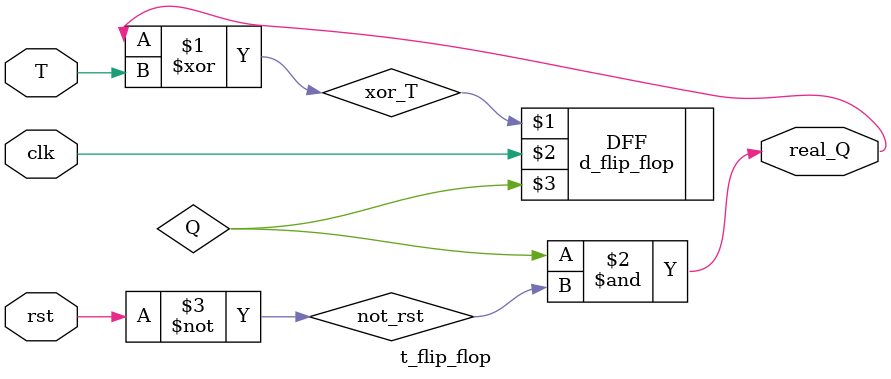
<source format=v>
`include "d_flip_flop.v"
module t_flip_flop(T, clk, real_Q, rst);
    input T, clk, rst;
    wire not_rst;
    wire xor_T, Q;
    output real_Q;

    not (not_rst, rst);
    xor (xor_T, real_Q, T);
    and (real_Q, Q, not_rst);
    d_flip_flop DFF(xor_T, clk, Q);
endmodule
</source>
